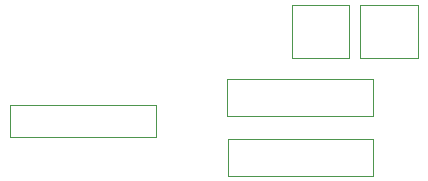
<source format=gbr>
G04 #@! TF.FileFunction,Other,User*
%FSLAX46Y46*%
G04 Gerber Fmt 4.6, Leading zero omitted, Abs format (unit mm)*
G04 Created by KiCad (PCBNEW 4.0.2+dfsg1-stable) date mié 25 sep 2019 12:34:31 CEST*
%MOMM*%
G01*
G04 APERTURE LIST*
%ADD10C,0.100000*%
%ADD11C,0.050000*%
G04 APERTURE END LIST*
D10*
D11*
X109862000Y-48071600D02*
X109862000Y-43571600D01*
X109862000Y-43571600D02*
X105012000Y-43571600D01*
X105012000Y-43571600D02*
X105012000Y-48071600D01*
X105012000Y-48071600D02*
X109862000Y-48071600D01*
X104070800Y-48071600D02*
X104070800Y-43571600D01*
X104070800Y-43571600D02*
X99220800Y-43571600D01*
X99220800Y-43571600D02*
X99220800Y-48071600D01*
X99220800Y-48071600D02*
X104070800Y-48071600D01*
X87689400Y-54766200D02*
X87689400Y-52066200D01*
X87689400Y-52066200D02*
X75389400Y-52066200D01*
X75389400Y-52066200D02*
X75389400Y-54766200D01*
X75389400Y-54766200D02*
X87689400Y-54766200D01*
X106104400Y-58115000D02*
X106104400Y-54915000D01*
X106104400Y-54915000D02*
X93804400Y-54915000D01*
X93804400Y-54915000D02*
X93804400Y-58115000D01*
X93804400Y-58115000D02*
X106104400Y-58115000D01*
X106040900Y-53035000D02*
X106040900Y-49835000D01*
X106040900Y-49835000D02*
X93740900Y-49835000D01*
X93740900Y-49835000D02*
X93740900Y-53035000D01*
X93740900Y-53035000D02*
X106040900Y-53035000D01*
M02*

</source>
